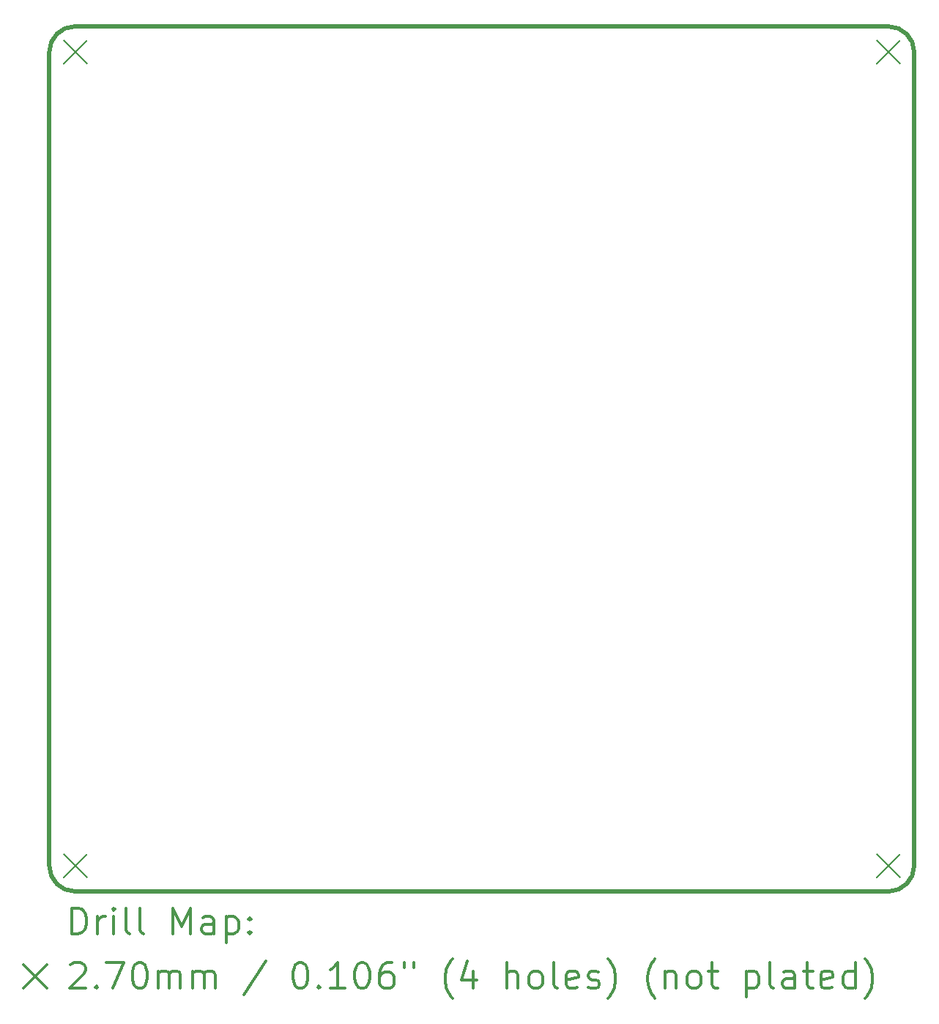
<source format=gbr>
%FSLAX45Y45*%
G04 Gerber Fmt 4.5, Leading zero omitted, Abs format (unit mm)*
G04 Created by KiCad (PCBNEW 5.1.5+dfsg1-2build2) date 2021-12-01 16:17:54*
%MOMM*%
%LPD*%
G04 APERTURE LIST*
%TA.AperFunction,Profile*%
%ADD10C,0.500000*%
%TD*%
%ADD11C,0.200000*%
%ADD12C,0.300000*%
G04 APERTURE END LIST*
D10*
X20000000Y-5300000D02*
X20000000Y-14700000D01*
X20000000Y-14700000D02*
G75*
G02X19700000Y-15000000I-300000J0D01*
G01*
X10300000Y-15000000D02*
G75*
G02X10000000Y-14700000I0J300000D01*
G01*
X19700000Y-5000000D02*
G75*
G02X20000000Y-5300000I0J-300000D01*
G01*
X10000000Y-5300000D02*
G75*
G02X10300000Y-5000000I300000J0D01*
G01*
X10000000Y-14700000D02*
X10000000Y-5300000D01*
X19700000Y-15000000D02*
X10300000Y-15000000D01*
X10300000Y-5000000D02*
X19700000Y-5000000D01*
D11*
X19565000Y-5165000D02*
X19835000Y-5435000D01*
X19835000Y-5165000D02*
X19565000Y-5435000D01*
X19565000Y-14565000D02*
X19835000Y-14835000D01*
X19835000Y-14565000D02*
X19565000Y-14835000D01*
X10165000Y-5165000D02*
X10435000Y-5435000D01*
X10435000Y-5165000D02*
X10165000Y-5435000D01*
X10165000Y-14565000D02*
X10435000Y-14835000D01*
X10435000Y-14565000D02*
X10165000Y-14835000D01*
D12*
X10261428Y-15490714D02*
X10261428Y-15190714D01*
X10332857Y-15190714D01*
X10375714Y-15205000D01*
X10404286Y-15233571D01*
X10418571Y-15262143D01*
X10432857Y-15319286D01*
X10432857Y-15362143D01*
X10418571Y-15419286D01*
X10404286Y-15447857D01*
X10375714Y-15476429D01*
X10332857Y-15490714D01*
X10261428Y-15490714D01*
X10561428Y-15490714D02*
X10561428Y-15290714D01*
X10561428Y-15347857D02*
X10575714Y-15319286D01*
X10590000Y-15305000D01*
X10618571Y-15290714D01*
X10647143Y-15290714D01*
X10747143Y-15490714D02*
X10747143Y-15290714D01*
X10747143Y-15190714D02*
X10732857Y-15205000D01*
X10747143Y-15219286D01*
X10761428Y-15205000D01*
X10747143Y-15190714D01*
X10747143Y-15219286D01*
X10932857Y-15490714D02*
X10904286Y-15476429D01*
X10890000Y-15447857D01*
X10890000Y-15190714D01*
X11090000Y-15490714D02*
X11061428Y-15476429D01*
X11047143Y-15447857D01*
X11047143Y-15190714D01*
X11432857Y-15490714D02*
X11432857Y-15190714D01*
X11532857Y-15405000D01*
X11632857Y-15190714D01*
X11632857Y-15490714D01*
X11904286Y-15490714D02*
X11904286Y-15333571D01*
X11890000Y-15305000D01*
X11861428Y-15290714D01*
X11804286Y-15290714D01*
X11775714Y-15305000D01*
X11904286Y-15476429D02*
X11875714Y-15490714D01*
X11804286Y-15490714D01*
X11775714Y-15476429D01*
X11761428Y-15447857D01*
X11761428Y-15419286D01*
X11775714Y-15390714D01*
X11804286Y-15376429D01*
X11875714Y-15376429D01*
X11904286Y-15362143D01*
X12047143Y-15290714D02*
X12047143Y-15590714D01*
X12047143Y-15305000D02*
X12075714Y-15290714D01*
X12132857Y-15290714D01*
X12161428Y-15305000D01*
X12175714Y-15319286D01*
X12190000Y-15347857D01*
X12190000Y-15433571D01*
X12175714Y-15462143D01*
X12161428Y-15476429D01*
X12132857Y-15490714D01*
X12075714Y-15490714D01*
X12047143Y-15476429D01*
X12318571Y-15462143D02*
X12332857Y-15476429D01*
X12318571Y-15490714D01*
X12304286Y-15476429D01*
X12318571Y-15462143D01*
X12318571Y-15490714D01*
X12318571Y-15305000D02*
X12332857Y-15319286D01*
X12318571Y-15333571D01*
X12304286Y-15319286D01*
X12318571Y-15305000D01*
X12318571Y-15333571D01*
X9705000Y-15850000D02*
X9975000Y-16120000D01*
X9975000Y-15850000D02*
X9705000Y-16120000D01*
X10247143Y-15849286D02*
X10261428Y-15835000D01*
X10290000Y-15820714D01*
X10361428Y-15820714D01*
X10390000Y-15835000D01*
X10404286Y-15849286D01*
X10418571Y-15877857D01*
X10418571Y-15906429D01*
X10404286Y-15949286D01*
X10232857Y-16120714D01*
X10418571Y-16120714D01*
X10547143Y-16092143D02*
X10561428Y-16106429D01*
X10547143Y-16120714D01*
X10532857Y-16106429D01*
X10547143Y-16092143D01*
X10547143Y-16120714D01*
X10661428Y-15820714D02*
X10861428Y-15820714D01*
X10732857Y-16120714D01*
X11032857Y-15820714D02*
X11061428Y-15820714D01*
X11090000Y-15835000D01*
X11104286Y-15849286D01*
X11118571Y-15877857D01*
X11132857Y-15935000D01*
X11132857Y-16006429D01*
X11118571Y-16063571D01*
X11104286Y-16092143D01*
X11090000Y-16106429D01*
X11061428Y-16120714D01*
X11032857Y-16120714D01*
X11004286Y-16106429D01*
X10990000Y-16092143D01*
X10975714Y-16063571D01*
X10961428Y-16006429D01*
X10961428Y-15935000D01*
X10975714Y-15877857D01*
X10990000Y-15849286D01*
X11004286Y-15835000D01*
X11032857Y-15820714D01*
X11261428Y-16120714D02*
X11261428Y-15920714D01*
X11261428Y-15949286D02*
X11275714Y-15935000D01*
X11304286Y-15920714D01*
X11347143Y-15920714D01*
X11375714Y-15935000D01*
X11390000Y-15963571D01*
X11390000Y-16120714D01*
X11390000Y-15963571D02*
X11404286Y-15935000D01*
X11432857Y-15920714D01*
X11475714Y-15920714D01*
X11504286Y-15935000D01*
X11518571Y-15963571D01*
X11518571Y-16120714D01*
X11661428Y-16120714D02*
X11661428Y-15920714D01*
X11661428Y-15949286D02*
X11675714Y-15935000D01*
X11704286Y-15920714D01*
X11747143Y-15920714D01*
X11775714Y-15935000D01*
X11790000Y-15963571D01*
X11790000Y-16120714D01*
X11790000Y-15963571D02*
X11804286Y-15935000D01*
X11832857Y-15920714D01*
X11875714Y-15920714D01*
X11904286Y-15935000D01*
X11918571Y-15963571D01*
X11918571Y-16120714D01*
X12504286Y-15806429D02*
X12247143Y-16192143D01*
X12890000Y-15820714D02*
X12918571Y-15820714D01*
X12947143Y-15835000D01*
X12961428Y-15849286D01*
X12975714Y-15877857D01*
X12990000Y-15935000D01*
X12990000Y-16006429D01*
X12975714Y-16063571D01*
X12961428Y-16092143D01*
X12947143Y-16106429D01*
X12918571Y-16120714D01*
X12890000Y-16120714D01*
X12861428Y-16106429D01*
X12847143Y-16092143D01*
X12832857Y-16063571D01*
X12818571Y-16006429D01*
X12818571Y-15935000D01*
X12832857Y-15877857D01*
X12847143Y-15849286D01*
X12861428Y-15835000D01*
X12890000Y-15820714D01*
X13118571Y-16092143D02*
X13132857Y-16106429D01*
X13118571Y-16120714D01*
X13104286Y-16106429D01*
X13118571Y-16092143D01*
X13118571Y-16120714D01*
X13418571Y-16120714D02*
X13247143Y-16120714D01*
X13332857Y-16120714D02*
X13332857Y-15820714D01*
X13304286Y-15863571D01*
X13275714Y-15892143D01*
X13247143Y-15906429D01*
X13604286Y-15820714D02*
X13632857Y-15820714D01*
X13661428Y-15835000D01*
X13675714Y-15849286D01*
X13690000Y-15877857D01*
X13704286Y-15935000D01*
X13704286Y-16006429D01*
X13690000Y-16063571D01*
X13675714Y-16092143D01*
X13661428Y-16106429D01*
X13632857Y-16120714D01*
X13604286Y-16120714D01*
X13575714Y-16106429D01*
X13561428Y-16092143D01*
X13547143Y-16063571D01*
X13532857Y-16006429D01*
X13532857Y-15935000D01*
X13547143Y-15877857D01*
X13561428Y-15849286D01*
X13575714Y-15835000D01*
X13604286Y-15820714D01*
X13961428Y-15820714D02*
X13904286Y-15820714D01*
X13875714Y-15835000D01*
X13861428Y-15849286D01*
X13832857Y-15892143D01*
X13818571Y-15949286D01*
X13818571Y-16063571D01*
X13832857Y-16092143D01*
X13847143Y-16106429D01*
X13875714Y-16120714D01*
X13932857Y-16120714D01*
X13961428Y-16106429D01*
X13975714Y-16092143D01*
X13990000Y-16063571D01*
X13990000Y-15992143D01*
X13975714Y-15963571D01*
X13961428Y-15949286D01*
X13932857Y-15935000D01*
X13875714Y-15935000D01*
X13847143Y-15949286D01*
X13832857Y-15963571D01*
X13818571Y-15992143D01*
X14104286Y-15820714D02*
X14104286Y-15877857D01*
X14218571Y-15820714D02*
X14218571Y-15877857D01*
X14661428Y-16235000D02*
X14647143Y-16220714D01*
X14618571Y-16177857D01*
X14604286Y-16149286D01*
X14590000Y-16106429D01*
X14575714Y-16035000D01*
X14575714Y-15977857D01*
X14590000Y-15906429D01*
X14604286Y-15863571D01*
X14618571Y-15835000D01*
X14647143Y-15792143D01*
X14661428Y-15777857D01*
X14904286Y-15920714D02*
X14904286Y-16120714D01*
X14832857Y-15806429D02*
X14761428Y-16020714D01*
X14947143Y-16020714D01*
X15290000Y-16120714D02*
X15290000Y-15820714D01*
X15418571Y-16120714D02*
X15418571Y-15963571D01*
X15404286Y-15935000D01*
X15375714Y-15920714D01*
X15332857Y-15920714D01*
X15304286Y-15935000D01*
X15290000Y-15949286D01*
X15604286Y-16120714D02*
X15575714Y-16106429D01*
X15561428Y-16092143D01*
X15547143Y-16063571D01*
X15547143Y-15977857D01*
X15561428Y-15949286D01*
X15575714Y-15935000D01*
X15604286Y-15920714D01*
X15647143Y-15920714D01*
X15675714Y-15935000D01*
X15690000Y-15949286D01*
X15704286Y-15977857D01*
X15704286Y-16063571D01*
X15690000Y-16092143D01*
X15675714Y-16106429D01*
X15647143Y-16120714D01*
X15604286Y-16120714D01*
X15875714Y-16120714D02*
X15847143Y-16106429D01*
X15832857Y-16077857D01*
X15832857Y-15820714D01*
X16104286Y-16106429D02*
X16075714Y-16120714D01*
X16018571Y-16120714D01*
X15990000Y-16106429D01*
X15975714Y-16077857D01*
X15975714Y-15963571D01*
X15990000Y-15935000D01*
X16018571Y-15920714D01*
X16075714Y-15920714D01*
X16104286Y-15935000D01*
X16118571Y-15963571D01*
X16118571Y-15992143D01*
X15975714Y-16020714D01*
X16232857Y-16106429D02*
X16261428Y-16120714D01*
X16318571Y-16120714D01*
X16347143Y-16106429D01*
X16361428Y-16077857D01*
X16361428Y-16063571D01*
X16347143Y-16035000D01*
X16318571Y-16020714D01*
X16275714Y-16020714D01*
X16247143Y-16006429D01*
X16232857Y-15977857D01*
X16232857Y-15963571D01*
X16247143Y-15935000D01*
X16275714Y-15920714D01*
X16318571Y-15920714D01*
X16347143Y-15935000D01*
X16461428Y-16235000D02*
X16475714Y-16220714D01*
X16504286Y-16177857D01*
X16518571Y-16149286D01*
X16532857Y-16106429D01*
X16547143Y-16035000D01*
X16547143Y-15977857D01*
X16532857Y-15906429D01*
X16518571Y-15863571D01*
X16504286Y-15835000D01*
X16475714Y-15792143D01*
X16461428Y-15777857D01*
X17004286Y-16235000D02*
X16990000Y-16220714D01*
X16961428Y-16177857D01*
X16947143Y-16149286D01*
X16932857Y-16106429D01*
X16918571Y-16035000D01*
X16918571Y-15977857D01*
X16932857Y-15906429D01*
X16947143Y-15863571D01*
X16961428Y-15835000D01*
X16990000Y-15792143D01*
X17004286Y-15777857D01*
X17118571Y-15920714D02*
X17118571Y-16120714D01*
X17118571Y-15949286D02*
X17132857Y-15935000D01*
X17161428Y-15920714D01*
X17204286Y-15920714D01*
X17232857Y-15935000D01*
X17247143Y-15963571D01*
X17247143Y-16120714D01*
X17432857Y-16120714D02*
X17404286Y-16106429D01*
X17390000Y-16092143D01*
X17375714Y-16063571D01*
X17375714Y-15977857D01*
X17390000Y-15949286D01*
X17404286Y-15935000D01*
X17432857Y-15920714D01*
X17475714Y-15920714D01*
X17504286Y-15935000D01*
X17518571Y-15949286D01*
X17532857Y-15977857D01*
X17532857Y-16063571D01*
X17518571Y-16092143D01*
X17504286Y-16106429D01*
X17475714Y-16120714D01*
X17432857Y-16120714D01*
X17618571Y-15920714D02*
X17732857Y-15920714D01*
X17661428Y-15820714D02*
X17661428Y-16077857D01*
X17675714Y-16106429D01*
X17704286Y-16120714D01*
X17732857Y-16120714D01*
X18061428Y-15920714D02*
X18061428Y-16220714D01*
X18061428Y-15935000D02*
X18090000Y-15920714D01*
X18147143Y-15920714D01*
X18175714Y-15935000D01*
X18190000Y-15949286D01*
X18204286Y-15977857D01*
X18204286Y-16063571D01*
X18190000Y-16092143D01*
X18175714Y-16106429D01*
X18147143Y-16120714D01*
X18090000Y-16120714D01*
X18061428Y-16106429D01*
X18375714Y-16120714D02*
X18347143Y-16106429D01*
X18332857Y-16077857D01*
X18332857Y-15820714D01*
X18618571Y-16120714D02*
X18618571Y-15963571D01*
X18604286Y-15935000D01*
X18575714Y-15920714D01*
X18518571Y-15920714D01*
X18490000Y-15935000D01*
X18618571Y-16106429D02*
X18590000Y-16120714D01*
X18518571Y-16120714D01*
X18490000Y-16106429D01*
X18475714Y-16077857D01*
X18475714Y-16049286D01*
X18490000Y-16020714D01*
X18518571Y-16006429D01*
X18590000Y-16006429D01*
X18618571Y-15992143D01*
X18718571Y-15920714D02*
X18832857Y-15920714D01*
X18761428Y-15820714D02*
X18761428Y-16077857D01*
X18775714Y-16106429D01*
X18804286Y-16120714D01*
X18832857Y-16120714D01*
X19047143Y-16106429D02*
X19018571Y-16120714D01*
X18961428Y-16120714D01*
X18932857Y-16106429D01*
X18918571Y-16077857D01*
X18918571Y-15963571D01*
X18932857Y-15935000D01*
X18961428Y-15920714D01*
X19018571Y-15920714D01*
X19047143Y-15935000D01*
X19061428Y-15963571D01*
X19061428Y-15992143D01*
X18918571Y-16020714D01*
X19318571Y-16120714D02*
X19318571Y-15820714D01*
X19318571Y-16106429D02*
X19290000Y-16120714D01*
X19232857Y-16120714D01*
X19204286Y-16106429D01*
X19190000Y-16092143D01*
X19175714Y-16063571D01*
X19175714Y-15977857D01*
X19190000Y-15949286D01*
X19204286Y-15935000D01*
X19232857Y-15920714D01*
X19290000Y-15920714D01*
X19318571Y-15935000D01*
X19432857Y-16235000D02*
X19447143Y-16220714D01*
X19475714Y-16177857D01*
X19490000Y-16149286D01*
X19504286Y-16106429D01*
X19518571Y-16035000D01*
X19518571Y-15977857D01*
X19504286Y-15906429D01*
X19490000Y-15863571D01*
X19475714Y-15835000D01*
X19447143Y-15792143D01*
X19432857Y-15777857D01*
M02*

</source>
